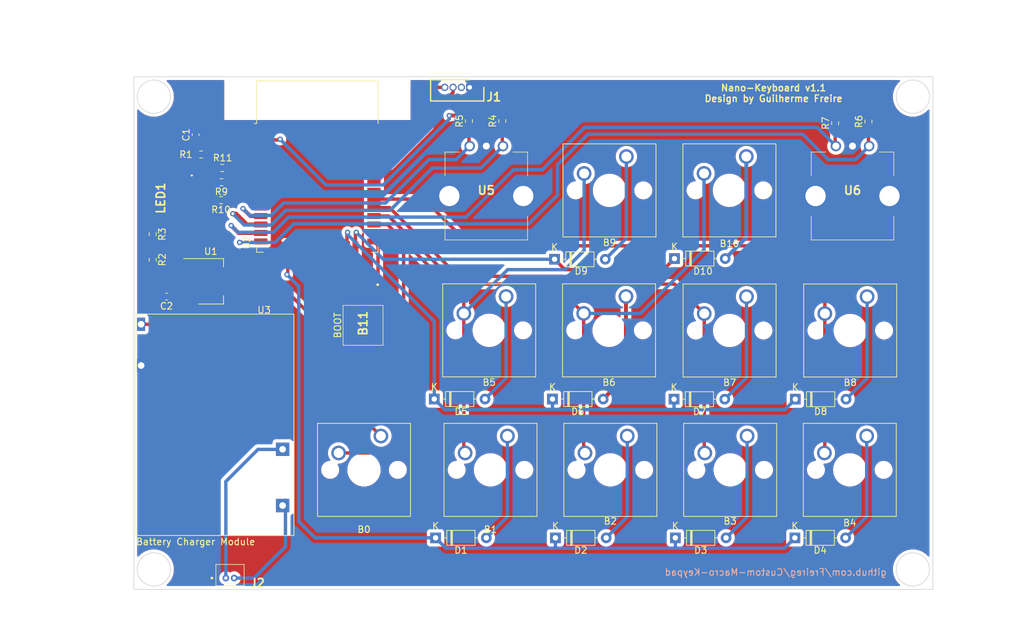
<source format=kicad_pcb>
(kicad_pcb (version 20211014) (generator pcbnew)
  (title_block (date "jeu. 02 avril 2015"))
  (layers (0 "F.Cu" signal) (31 "B.Cu" signal) (34 "B.Paste" user) (35 "F.Paste" user) (36 "B.SilkS" user "B.Silkscreen") (37 "F.SilkS" user "F.Silkscreen") (38 "B.Mask" user) (39 "F.Mask" user) (44 "Edge.Cuts" user))
  (net 0 "")
  (net 1 "GND")
  (net 2 "/FUNC")
  (net 3 "+3V3")
  (net 4 "Net-(B1-Pad1)")
  (net 5 "Net-(B2-Pad1)")
  (net 6 "Net-(B3-Pad1)")
  (net 7 "Net-(B4-Pad1)")
  (net 8 "Net-(B5-Pad1)")
  (net 9 "Net-(B6-Pad1)")
  (net 10 "Net-(B7-Pad1)")
  (net 11 "Net-(B8-Pad1)")
  (net 12 "Net-(B9-Pad1)")
  (net 13 "Net-(B10-Pad1)")
  (net 14 "/ESP_EN")
  (net 15 "Net-(R2-Pad1)")
  (net 16 "COL1")
  (net 17 "COL2")
  (net 18 "COL3")
  (net 19 "COL4")
  (net 20 "ROW1")
  (net 21 "ROW2")
  (net 22 "ROW3")
  (net 23 "/BOOT")
  (net 24 "/LED_RED")
  (net 25 "/ENCODER2_A")
  (net 28 "/LED_GREEN")
  (net 29 "/LED_BLUE")
  (net 30 "/ENCODER2_B")
  (net 31 "/ENCODER1_A")
  (net 43 "Net-(C2-Pad1)")
  (net 45 "/ENCODER1_B")
  (net 46 "/RX0")
  (net 48 "/TX0")
  (net 49 "Net-(J2-Pad1)")
  (net 50 "Net-(J2-Pad2)")
  (net 51 "Net-(LED1-Pad1)")
  (net 52 "Net-(LED1-Pad2)")
  (net 53 "Net-(LED1-Pad3)")
  (footprint "Diode_THT:D_DO-35_SOD27_P7.62mm_Horizontal" (layer "F.Cu") (at 166.011705 113.203629)
    (fp_text reference "D8" (at 3.81 1.858371) (layer "F.SilkS"))
    (fp_text value "1N914")
    (fp_text user "K" (at 0 -1.8) (layer "F.SilkS"))
    (pad "1" thru_hole rect (at 0 0) (size 1.6 1.6) (drill 0.8) (layers *.Cu *.Mask) (net 21 "ROW2"))
    (pad "2" thru_hole oval (at 7.62 0) (size 1.6 1.6) (drill 0.8) (layers *.Cu *.Mask) (net 11 "Net-(B8-Pad1)"))
  )
  (footprint "lib:C_0603_1608Metric" (layer "F.Cu") (at 75.946 73.49 90)
    (fp_text reference "C1" (at 0 -1.43 90) (layer "F.SilkS"))
    (fp_text value "C_0603")
    (pad "1" smd roundrect (at -0.775 0 90) (size 0.9 0.95) (layers "F.Cu" "F.Paste" "F.Mask") (net 3 "+3V3"))
    (pad "2" smd roundrect (at 0.775 0 90) (size 0.9 0.95) (layers "F.Cu" "F.Paste" "F.Mask") (net 1 "GND"))
  )
  (footprint "lib:SW_Cherry_MX_1.00u_PCB" (layer "F.Cu") (at 158.775 118.735)
    (fp_text reference "B3" (at -2.54 12.79) (layer "F.SilkS"))
    (fp_text value "Cherry_Switch_1U_PCB")
    (pad "" np_thru_hole circle (at -2.54 5.08) (size 4 4) (drill 4) (layers *.Cu *.Mask))
    (pad "" np_thru_hole circle (at -7.62 5.08) (size 1.7 1.7) (drill 1.7) (layers *.Cu *.Mask))
    (pad "" np_thru_hole circle (at 2.54 5.08) (size 1.7 1.7) (drill 1.7) (layers *.Cu *.Mask))
    (pad "1" thru_hole circle (at 0 0) (size 2.2 2.2) (drill 1.5) (layers *.Cu *.Mask) (net 6 "Net-(B3-Pad1)"))
    (pad "2" thru_hole circle (at -6.35 2.54) (size 2.2 2.2) (drill 1.5) (layers *.Cu *.Mask) (net 18 "COL3"))
  )
  (footprint "lib:R_0603_1608Metric" (layer "F.Cu") (at 117 71.425 90)
    (fp_text reference "R5" (at 0 -1.43 90) (layer "F.SilkS"))
    (fp_text value "R_0603")
    (pad "1" smd roundrect (at -0.825 0 90) (size 0.8 0.95) (layers "F.Cu" "F.Paste" "F.Mask") (net 30 "/ENCODER2_B"))
    (pad "2" smd roundrect (at 0.825 0 90) (size 0.8 0.95) (layers "F.Cu" "F.Paste" "F.Mask") (net 3 "+3V3"))
  )
  (footprint "lib:R_0603_1608Metric" (layer "F.Cu") (at 69.5 88.425 -90)
    (fp_text reference "R3" (at 0 -1.43 90) (layer "F.SilkS"))
    (fp_text value "R_0603")
    (pad "1" smd roundrect (at -0.825 0 270) (size 0.8 0.95) (layers "F.Cu" "F.Paste" "F.Mask") (net 1 "GND"))
    (pad "2" smd roundrect (at 0.825 0 270) (size 0.8 0.95) (layers "F.Cu" "F.Paste" "F.Mask") (net 15 "Net-(R2-Pad1)"))
  )
  (footprint "lib:R_0603_1608Metric" (layer "F.Cu") (at 122 71.425 90)
    (fp_text reference "R4" (at 0 -1.43 90) (layer "F.SilkS"))
    (fp_text value "R_0603")
    (pad "1" smd roundrect (at -0.825 0 90) (size 0.8 0.95) (layers "F.Cu" "F.Paste" "F.Mask") (net 25 "/ENCODER2_A"))
    (pad "2" smd roundrect (at 0.825 0 90) (size 0.8 0.95) (layers "F.Cu" "F.Paste" "F.Mask") (net 3 "+3V3"))
  )
  (footprint "lib:R_0603_1608Metric" (layer "F.Cu") (at 79.819 80.615 180)
    (fp_text reference "R9" (at 0 -1.43) (layer "F.SilkS"))
    (fp_text value "R_0603")
    (pad "1" smd roundrect (at -0.825 0 180) (size 0.8 0.95) (layers "F.Cu" "F.Paste" "F.Mask") (net 28 "/LED_GREEN"))
    (pad "2" smd roundrect (at 0.825 0 180) (size 0.8 0.95) (layers "F.Cu" "F.Paste" "F.Mask") (net 51 "Net-(LED1-Pad1)"))
  )
  (footprint "lib:R_0603_1608Metric" (layer "F.Cu") (at 76.771 76.454)
    (fp_text reference "R1" (at -2.286 0) (layer "F.SilkS"))
    (fp_text value "R_0603")
    (pad "1" smd roundrect (at -0.825 0) (size 0.8 0.95) (layers "F.Cu" "F.Paste" "F.Mask") (net 3 "+3V3"))
    (pad "2" smd roundrect (at 0.825 0) (size 0.8 0.95) (layers "F.Cu" "F.Paste" "F.Mask") (net 14 "/ESP_EN"))
  )
  (footprint "lib:SW_Cherry_MX_1.00u_PCB" (layer "F.Cu") (at 140.775 118.735)
    (fp_text reference "B2" (at -2.54 12.79) (layer "F.SilkS"))
    (fp_text value "Cherry_Switch_1U_PCB")
    (pad "" np_thru_hole circle (at -2.54 5.08) (size 4 4) (drill 4) (layers *.Cu *.Mask))
    (pad "" np_thru_hole circle (at -7.62 5.08) (size 1.7 1.7) (drill 1.7) (layers *.Cu *.Mask))
    (pad "" np_thru_hole circle (at 2.54 5.08) (size 1.7 1.7) (drill 1.7) (layers *.Cu *.Mask))
    (pad "1" thru_hole circle (at 0 0) (size 2.2 2.2) (drill 1.5) (layers *.Cu *.Mask) (net 5 "Net-(B2-Pad1)"))
    (pad "2" thru_hole circle (at -6.35 2.54) (size 2.2 2.2) (drill 1.5) (layers *.Cu *.Mask) (net 17 "COL2"))
  )
  (footprint "Diode_THT:D_DO-35_SOD27_P7.62mm_Horizontal" (layer "F.Cu") (at 147.801019 113.203629)
    (fp_text reference "D7" (at 3.836981 1.858371) (layer "F.SilkS"))
    (fp_text value "1N914")
    (fp_text user "K" (at 0 -1.8) (layer "F.SilkS"))
    (pad "1" thru_hole rect (at 0 0) (size 1.6 1.6) (drill 0.8) (layers *.Cu *.Mask) (net 21 "ROW2"))
    (pad "2" thru_hole oval (at 7.62 0) (size 1.6 1.6) (drill 0.8) (layers *.Cu *.Mask) (net 10 "Net-(B7-Pad1)"))
  )
  (footprint "lib:SW_Cherry_MX_1.00u_PCB" (layer "F.Cu") (at 140.645 76.761)
    (fp_text reference "B9" (at -2.54 12.924) (layer "F.SilkS"))
    (fp_text value "Cherry_Switch_1U_PCB")
    (pad "" np_thru_hole circle (at 2.54 5.08) (size 1.7 1.7) (drill 1.7) (layers *.Cu *.Mask))
    (pad "" np_thru_hole circle (at -2.54 5.08) (size 4 4) (drill 4) (layers *.Cu *.Mask))
    (pad "" np_thru_hole circle (at -7.62 5.08) (size 1.7 1.7) (drill 1.7) (layers *.Cu *.Mask))
    (pad "1" thru_hole circle (at 0 0) (size 2.2 2.2) (drill 1.5) (layers *.Cu *.Mask) (net 12 "Net-(B9-Pad1)"))
    (pad "2" thru_hole circle (at -6.35 2.54) (size 2.2 2.2) (drill 1.5) (layers *.Cu *.Mask) (net 16 "COL1"))
  )
  (footprint "lib:R_0603_1608Metric" (layer "F.Cu") (at 177 71.5 90)
    (fp_text reference "R6" (at 0 -1.43 90) (layer "F.SilkS"))
    (fp_text value "R_0603")
    (pad "1" smd roundrect (at -0.825 0 90) (size 0.8 0.95) (layers "F.Cu" "F.Paste" "F.Mask") (net 31 "/ENCODER1_A"))
    (pad "2" smd roundrect (at 0.825 0 90) (size 0.8 0.95) (layers "F.Cu" "F.Paste" "F.Mask") (net 3 "+3V3"))
  )
  (footprint "lib:5988610307F" (layer "F.Cu") (at 74.422 83 -90)
    (fp_text reference "LED1" (at 0.01 3.714 -90) (layer "F.SilkS") (effects (font (size 1.27 1.27) (thickness 0.254))))
    (fp_text value "598-8610-307F" hide)
    (pad "1" smd rect locked (at -1.6 -0.925) (size 1.5 1.9) (layers "F.Cu" "F.Paste" "F.Mask") (net 51 "Net-(LED1-Pad1)"))
    (pad "2" smd rect locked (at 1.6 -0.925) (size 1.5 1.9) (layers "F.Cu" "F.Paste" "F.Mask") (net 52 "Net-(LED1-Pad2)"))
    (pad "3" smd rect locked (at -1.6 0.925) (size 1.5 1.9) (layers "F.Cu" "F.Paste" "F.Mask") (net 53 "Net-(LED1-Pad3)"))
    (pad "4" smd rect locked (at 1.6 0.925) (size 1.5 1.9) (layers "F.Cu" "F.Paste" "F.Mask") (net 1 "GND"))
  )
  (footprint "lib:C_0603_1608Metric" (layer "F.Cu") (at 71.578 97.79 180)
    (fp_text reference "C2" (at 0 -1.43) (layer "F.SilkS"))
    (fp_text value "C_0603")
    (pad "1" smd roundrect (at -0.775 0 180) (size 0.9 0.95) (layers "F.Cu" "F.Paste" "F.Mask") (net 43 "Net-(C2-Pad1)"))
    (pad "2" smd roundrect (at 0.775 0 180) (size 0.9 0.95) (layers "F.Cu" "F.Paste" "F.Mask") (net 1 "GND"))
  )
  (footprint "lib:SW_Cherry_MX_1.00u_PCB" (layer "F.Cu") (at 176.801019 97.803629)
    (fp_text reference "B8" (at -2.54 12.9) (layer "F.SilkS"))
    (fp_text value "Cherry_Switch_1U_PCB")
    (pad "" np_thru_hole circle (at -2.54 5.08) (size 4 4) (drill 4) (layers *.Cu *.Mask))
    (pad "" np_thru_hole circle (at 2.54 5.08) (size 1.7 1.7) (drill 1.7) (layers *.Cu *.Mask))
    (pad "" np_thru_hole circle (at -7.62 5.08) (size 1.7 1.7) (drill 1.7) (layers *.Cu *.Mask))
    (pad "1" thru_hole circle (at 0 0) (size 2.2 2.2) (drill 1.5) (layers *.Cu *.Mask) (net 11 "Net-(B8-Pad1)"))
    (pad "2" thru_hole circle (at -6.35 2.54) (size 2.2 2.2) (drill 1.5) (layers *.Cu *.Mask) (net 19 "COL4"))
  )
  (footprint "lib:R_0603_1608Metric" (layer "F.Cu") (at 79.756 83.312 180)
    (fp_text reference "R10" (at 0 -1.43) (layer "F.SilkS"))
    (fp_text value "R_0603")
    (pad "1" smd roundrect (at -0.825 0 180) (size 0.8 0.95) (layers "F.Cu" "F.Paste" "F.Mask") (net 24 "/LED_RED"))
    (pad "2" smd roundrect (at 0.825 0 180) (size 0.8 0.95) (layers "F.Cu" "F.Paste" "F.Mask") (net 52 "Net-(LED1-Pad2)"))
  )
  (footprint "lib:SHDR4W35P0X125_1X4_800X320X420P" (layer "F.Cu") (at 117.111 66.368 180)
    (fp_text reference "J1" (at -3.625 -1.45) (layer "F.SilkS") (effects (font (size 1.27 1.27) (thickness 0.254))))
    (fp_text value "125SH-B-04-TS" hide)
    (pad "1" thru_hole rect locked (at 0 0 180) (size 1.1 1.1) (drill 0.7) (layers *.Cu *.Mask) (net 1 "GND"))
    (pad "2" thru_hole circle locked (at 1.25 0 180) (size 1.1 1.1) (drill 0.7) (layers *.Cu *.Mask))
    (pad "3" thru_hole circle locked (at 2.5 0 180) (size 1.1 1.1) (drill 0.7) (layers *.Cu *.Mask) (net 46 "/RX0"))
    (pad "4" thru_hole circle locked (at 3.75 0 180) (size 1.1 1.1) (drill 0.7) (layers *.Cu *.Mask) (net 48 "/TX0"))
  )
  (footprint "Diode_THT:D_DO-35_SOD27_P7.62mm_Horizontal" (layer "F.Cu") (at 111.985686 134.025)
    (fp_text reference "D1" (at 3.81 1.865) (layer "F.SilkS"))
    (fp_text value "1N914")
    (fp_text user "K" (at 0 -1.8) (layer "F.SilkS"))
    (pad "1" thru_hole rect (at 0 0) (size 1.6 1.6) (drill 0.8) (layers *.Cu *.Mask) (net 20 "ROW1"))
    (pad "2" thru_hole oval (at 7.62 0) (size 1.6 1.6) (drill 0.8) (layers *.Cu *.Mask) (net 4 "Net-(B1-Pad1)"))
  )
  (footprint "lib:R_0603_1608Metric" (layer "F.Cu") (at 79.947 78.486 180)
    (fp_text reference "R11" (at -0.063 1.524) (layer "F.SilkS"))
    (fp_text value "R_0603")
    (pad "1" smd roundrect (at -0.825 0 180) (size 0.8 0.95) (layers "F.Cu" "F.Paste" "F.Mask") (net 29 "/LED_BLUE"))
    (pad "2" smd roundrect (at 0.825 0 180) (size 0.8 0.95) (layers "F.Cu" "F.Paste" "F.Mask") (net 53 "Net-(LED1-Pad3)"))
  )
  (footprint "lib:SW_Cherry_MX_1.00u_PCB" (layer "F.Cu") (at 158.685334 97.803629)
    (fp_text reference "B7" (at -2.529667 12.9) (layer "F.SilkS"))
    (fp_text value "Cherry_Switch_1U_PCB")
    (pad "" np_thru_hole circle (at -7.62 5.08) (size 1.7 1.7) (drill 1.7) (layers *.Cu *.Mask))
    (pad "" np_thru_hole circle (at 2.54 5.08) (size 1.7 1.7) (drill 1.7) (layers *.Cu *.Mask))
    (pad "" np_thru_hole circle (at -2.54 5.08) (size 4 4) (drill 4) (layers *.Cu *.Mask))
    (pad "1" thru_hole circle (at 0 0) (size 2.2 2.2) (drill 1.5) (layers *.Cu *.Mask) (net 10 "Net-(B7-Pad1)"))
    (pad "2" thru_hole circle (at -6.35 2.54) (size 2.2 2.2) (drill 1.5) (layers *.Cu *.Mask) (net 18 "COL3"))
  )
  (footprint "lib:SW_Cherry_MX_1.00u_PCB" (layer "F.Cu") (at 176.735 118.735)
    (fp_text reference "B4" (at -2.54 13.04) (layer "F.SilkS"))
    (fp_text value "Cherry_Switch_1U_PCB")
    (pad "" np_thru_hole circle (at 2.54 5.08) (size 1.7 1.7) (drill 1.7) (layers *.Cu *.Mask))
    (pad "" np_thru_hole circle (at -7.62 5.08) (size 1.7 1.7) (drill 1.7) (layers *.Cu *.Mask))
    (pad "" np_thru_hole circle (at -2.54 5.08) (size 4 4) (drill 4) (layers *.Cu *.Mask))
    (pad "1" thru_hole circle (at 0 0) (size 2.2 2.2) (drill 1.5) (layers *.Cu *.Mask) (net 7 "Net-(B4-Pad1)"))
    (pad "2" thru_hole circle (at -6.35 2.54) (size 2.2 2.2) (drill 1.5) (layers *.Cu *.Mask) (net 19 "COL4"))
  )
  (footprint "lib:EN12HN22AF25" (layer "F.Cu") (at 122.105 75.185 180)
    (fp_text reference "U5" (at 2.5 -6.656) (layer "F.SilkS") (effects (font (size 1.27 1.27) (thickness 0.254))))
    (fp_text value "EN12-HN22AF25" hide)
    (pad "A1" thru_hole circle (at 0 0 180) (size 1.575 1.575) (drill 1.05) (layers *.Cu *.Mask) (net 25 "/ENCODER2_A"))
    (pad "B1" thru_hole circle (at 5 0 180) (size 1.575 1.575) (drill 1.05) (layers *.Cu *.Mask) (net 30 "/ENCODER2_B"))
    (pad "C1" thru_hole circle (at 2.5 0 180) (size 1.575 1.575) (drill 1.05) (layers *.Cu *.Mask) (net 1 "GND"))
    (pad "MH1" thru_hole circle (at -3.05 -7.5 180) (size 4.562 4.562) (drill 3.0414) (layers *.Cu *.Mask) (net 1 "GND"))
    (pad "MH2" thru_hole circle (at 8.05 -7.5 180) (size 4.562 4.562) (drill 3.0414) (layers *.Cu *.Mask) (net 1 "GND"))
  )
  (footprint "Diode_THT:D_DO-35_SOD27_P7.62mm_Horizontal" (layer "F.Cu") (at 147.866704 92.085)
    (fp_text reference "D10" (at 4.279296 1.895) (layer "F.SilkS"))
    (fp_text value "1N914")
    (fp_text user "K" (at 0 -1.8) (layer "F.SilkS"))
    (pad "1" thru_hole rect (at 0 0) (size 1.6 1.6) (drill 0.8) (layers *.Cu *.Mask) (net 22 "ROW3"))
    (pad "2" thru_hole oval (at 7.62 0) (size 1.6 1.6) (drill 0.8) (layers *.Cu *.Mask) (net 13 "Net-(B10-Pad1)"))
  )
  (footprint "Diode_THT:D_DO-35_SOD27_P7.62mm_Horizontal" (layer "F.Cu") (at 165.945686 134.025)
    (fp_text reference "D4" (at 3.81 1.865) (layer "F.SilkS"))
    (fp_text value "1N914")
    (fp_text user "K" (at 0 -1.8) (layer "F.SilkS"))
    (pad "1" thru_hole rect (at 0 0) (size 1.6 1.6) (drill 0.8) (layers *.Cu *.Mask) (net 20 "ROW1"))
    (pad "2" thru_hole oval (at 7.62 0) (size 1.6 1.6) (drill 0.8) (layers *.Cu *.Mask) (net 7 "Net-(B4-Pad1)"))
  )
  (footprint "Diode_THT:D_DO-35_SOD27_P7.62mm_Horizontal" (layer "F.Cu") (at 147.996019 134.025)
    (fp_text reference "D3" (at 3.81 1.865) (layer "F.SilkS"))
    (fp_text value "1N914")
    (fp_text user "K" (at 0 -1.8) (layer "F.SilkS"))
    (pad "1" thru_hole rect (at 0 0) (size 1.6 1.6) (drill 0.8) (layers *.Cu *.Mask) (net 20 "ROW1"))
    (pad "2" thru_hole oval (at 7.62 0) (size 1.6 1.6) (drill 0.8) (layers *.Cu *.Mask) (net 6 "Net-(B3-Pad1)"))
  )
  (footprint "lib:SW_Cherry_MX_1.00u_PCB" (layer "F.Cu") (at 122.58 97.78)
    (fp_text reference "B5" (at -2.54 12.9) (layer "F.SilkS"))
    (fp_text value "Cherry_Switch_1U_PCB")
    (pad "" np_thru_hole circle (at -7.62 5.08) (size 1.7 1.7) (drill 1.7) (layers *.Cu *.Mask))
    (pad "" np_thru_hole circle (at 2.54 5.08) (size 1.7 1.7) (drill 1.7) (layers *.Cu *.Mask))
    (pad "" np_thru_hole circle (at -2.54 5.08) (size 4 4) (drill 4) (layers *.Cu *.Mask))
    (pad "1" thru_hole circle (at 0 0) (size 2.2 2.2) (drill 1.5) (layers *.Cu *.Mask) (net 8 "Net-(B5-Pad1)"))
    (pad "2" thru_hole circle (at -6.35 2.54) (size 2.2 2.2) (drill 1.5) (layers *.Cu *.Mask) (net 16 "COL1"))
  )
  (footprint "Diode_THT:D_DO-35_SOD27_P7.62mm_Horizontal" (layer "F.Cu") (at 129.855686 92.185)
    (fp_text reference "D9" (at 4.002314 1.795) (layer "F.SilkS"))
    (fp_text value "1N914")
    (fp_text user "K" (at 0 -1.8) (layer "F.SilkS"))
    (pad "1" thru_hole rect (at 0 0) (size 1.6 1.6) (drill 0.8) (layers *.Cu *.Mask) (net 22 "ROW3"))
    (pad "2" thru_hole oval (at 7.62 0) (size 1.6 1.6) (drill 0.8) (layers *.Cu *.Mask) (net 12 "Net-(B9-Pad1)"))
  )
  (footprint "Diode_THT:D_DO-35_SOD27_P7.62mm_Horizontal" (layer "F.Cu") (at 111.790686 113.18)
    (fp_text reference "D5" (at 4.033314 1.882) (layer "F.SilkS"))
    (fp_text value "1N914")
    (fp_text user "K" (at 0 -1.8) (layer "F.SilkS"))
    (pad "1" thru_hole rect (at 0 0) (size 1.6 1.6) (drill 0.8) (layers *.Cu *.Mask) (net 21 "ROW2"))
    (pad "2" thru_hole oval (at 7.62 0) (size 1.6 1.6) (drill 0.8) (layers *.Cu *.Mask) (net 8 "Net-(B5-Pad1)"))
  )
  (footprint "lib:J5019-module" (layer "F.Cu") (at 90.71 100.425 -90)
    (fp_text reference "U3" (at -0.607 4.474 unlocked) (layer "F.SilkS"))
    (fp_text value "J5019")
    (pad "1" thru_hole rect (at 20.3 1.7 270) (size 2 2) (drill 1) (layers *.Cu *.Mask) (net 49 "Net-(J2-Pad1)"))
    (pad "2" thru_hole rect (at 28.75 1.7 270) (size 2 2) (drill 1) (layers *.Cu *.Mask) (net 50 "Net-(J2-Pad2)"))
    (pad "3" thru_hole rect (at 1.52 22.95 270) (size 2 1.2) (drill 1) (layers *.Cu *.Mask) (net 43 "Net-(C2-Pad1)"))
    (pad "4" thru_hole rect (at 7.72 22.95 270) (size 2 1.2) (drill 1) (layers *.Cu *.Mask) (net 1 "GND"))
    (zone (net 0) (net_name "") (layer "F.Cu") (name "Keep out Module") (connect_pads (clearance 0)) (min_thickness 0.254)
      (keepout (tracks allowed) (vias not_allowed) (pads not_allowed) (copperpour not_allowed) (footprints not_allowed))
      (fill (thermal_gap 0.508) (thermal_bridge_width 0.508))
      (polygon (pts (xy 66.96 133.675) (xy 66.988006 111.119522) (xy 66.980465 111.144809) (xy 66.952459 105.772287) (xy 66.961 105.759) (xy 66.96 100.425) (xy 90.71 100.425) (xy 90.71 133.675)))
    )
  )
  (footprint "lib:SW_Cherry_MX_1.00u_PCB" (layer "F.Cu") (at 103.775 118.735)
    (fp_text reference "B0" (at -2.54 14.04) (layer "F.SilkS"))
    (fp_text value "Cherry_Switch_1U_PCB")
    (pad "" np_thru_hole circle (at -7.62 5.08) (size 1.7 1.7) (drill 1.7) (layers *.Cu *.Mask))
    (pad "" np_thru_hole circle (at -2.54 5.08) (size 4 4) (drill 4) (layers *.Cu *.Mask))
    (pad "" np_thru_hole circle (at 2.54 5.08) (size 1.7 1.7) (drill 1.7) (layers *.Cu *.Mask))
    (pad "1" thru_hole circle (at 0 0) (size 2.2 2.2) (drill 1.5) (layers *.Cu *.Mask) (net 3 "+3V3"))
    (pad "2" thru_hole circle (at -6.35 2.54) (size 2.2 2.2) (drill 1.5) (layers *.Cu *.Mask) (net 2 "/FUNC"))
  )
  (footprint "RF_Module:ESP32-WROOM-32" (layer "F.Cu") (at 94.234 81.25)
    (fp_text reference "U2" (at -10.61 8.43 90) (layer "F.SilkS"))
    (fp_text value "ESP32-WROOM-32")
    (pad "1" smd rect (at -8.5 -8.255) (size 2 0.9) (layers "F.Cu" "F.Paste" "F.Mask") (net 1 "GND"))
    (pad "2" smd rect (at -8.5 -6.985) (size 2 0.9) (layers "F.Cu" "F.Paste" "F.Mask") (net 3 "+3V3"))
    (pad "3" smd rect (at -8.5 -5.715) (size 2 0.9) (layers "F.Cu" "F.Paste" "F.Mask") (net 14 "/ESP_EN"))
    (pad "4" smd rect (at -8.5 -4.445) (size 2 0.9) (layers "F.Cu" "F.Paste" "F.Mask"))
    (pad "5" smd rect (at -8.5 -3.175) (size 2 0.9) (layers "F.Cu" "F.Paste" "F.Mask"))
    (pad "6" smd rect (at -8.5 -1.905) (size 2 0.9) (layers "F.Cu" "F.Paste" "F.Mask") (net 29 "/LED_BLUE"))
    (pad "7" smd rect (at -8.5 -0.635) (size 2 0.9) (layers "F.Cu" "F.Paste" "F.Mask") (net 28 "/LED_GREEN"))
    (pad "8" smd rect (at -8.5 0.635) (size 2 0.9) (layers "F.Cu" "F.Paste" "F.Mask") (net 24 "/LED_RED"))
    (pad "9" smd rect (at -8.5 1.905) (size 2 0.9) (layers "F.Cu" "F.Paste" "F.Mask"))
    (pad "10" smd rect (at -8.5 3.175) (size 2 0.9) (layers "F.Cu" "F.Paste" "F.Mask"))
    (pad "11" smd rect (at -8.5 4.445) (size 2 0.9) (layers "F.Cu" "F.Paste" "F.Mask") (net 30 "/ENCODER2_B"))
    (pad "12" smd rect (at -8.5 5.715) (size 2 0.9) (layers "F.Cu" "F.Paste" "F.Mask") (net 25 "/ENCODER2_A"))
    (pad "13" smd rect (at -8.5 6.985) (size 2 0.9) (layers "F.Cu" "F.Paste" "F.Mask") (net 45 "/ENCODER1_B"))
    (pad "14" smd rect (at -8.5 8.255) (size 2 0.9) (layers "F.Cu" "F.Paste" "F.Mask") (net 31 "/ENCODER1_A"))
    (pad "15" smd rect (at -5.715 9.255 90) (size 2 0.9) (layers "F.Cu" "F.Paste" "F.Mask") (net 1 "GND"))
    (pad "16" smd rect (at -4.445 9.255 90) (size 2 0.9) (layers "F.Cu" "F.Paste" "F.Mask") (net 20 "ROW1"))
    (pad "17" smd rect (at -3.175 9.255 90) (size 2 0.9) (layers "F.Cu" "F.Paste" "F.Mask"))
    (pad "18" smd rect (at -1.905 9.255 90) (size 2 0.9) (layers "F.Cu" "F.Paste" "F.Mask"))
    (pad "19" smd rect (at -0.635 9.255 90) (size 2 0.9) (layers "F.Cu" "F.Paste" "F.Mask"))
    (pad "20" smd rect (at 0.635 9.255 90) (size 2 0.9) (layers "F.Cu" "F.Paste" "F.Mask"))
    (pad "21" smd rect (at 1.905 9.255 90) (size 2 0.9) (layers "F.Cu" "F.Paste" "F.Mask"))
    (pad "22" smd rect (at 3.175 9.255 90) (size 2 0.9) (layers "F.Cu" "F.Paste" "F.Mask"))
    (pad "23" smd rect (at 4.445 9.255 90) (size 2 0.9) (layers "F.Cu" "F.Paste" "F.Mask") (net 21 "ROW2"))
    (pad "24" smd rect (at 5.715 9.255 90) (size 2 0.9) (layers "F.Cu" "F.Paste" "F.Mask") (net 22 "ROW3"))
    (pad "25" smd rect (at 8.5 8.255) (size 2 0.9) (layers "F.Cu" "F.Paste" "F.Mask") (net 23 "/BOOT"))
    (pad "26" smd rect (at 8.5 6.985) (size 2 0.9) (layers "F.Cu" "F.Paste" "F.Mask") (net 2 "/FUNC"))
    (pad "27" smd rect (at 8.5 5.715) (size 2 0.9) (layers "F.Cu" "F.Paste" "F.Mask") (net 16 "COL1"))
    (pad "28" smd rect (at 8.5 4.445) (size 2 0.9) (layers "F.Cu" "F.Paste" "F.Mask") (net 17 "COL2"))
    (pad "29" smd rect (at 8.5 3.175) (size 2 0.9) (layers "F.Cu" "F.Paste" "F.Mask") (net 18 "COL3"))
    (pad "30" smd rect (at 8.5 1.905) (size 2 0.9) (layers "F.Cu" "F.Paste" "F.Mask") (net 19 "COL4"))
    (pad "31" smd rect (at 8.5 0.635) (size 2 0.9) (layers "F.Cu" "F.Paste" "F.Mask"))
    (pad "32" smd rect (at 8.5 -0.635) (size 2 0.9) (layers "F.Cu" "F.Paste" "F.Mask"))
    (pad "33" smd rect (at 8.5 -1.905) (size 2 0.9) (layers "F.Cu" "F.Paste" "F.Mask"))
    (pad "34" smd rect (at 8.5 -3.175) (size 2 0.9) (layers "F.Cu" "F.Paste" "F.Mask") (net 46 "/RX0"))
    (pad "35" smd rect (at 8.5 -4.445) (size 2 0.9) (layers "F.Cu" "F.Paste" "F.Mask") (net 48 "/TX0"))
    (pad "36" smd rect (at 8.5 -5.715) (size 2 0.9) (layers "F.Cu" "F.Paste" "F.Mask"))
    (pad "37" smd rect (at 8.5 -6.985) (size 2 0.9) (layers "F.Cu" "F.Paste" "F.Mask"))
    (pad "38" smd rect (at 8.5 -8.255) (size 2 0.9) (layers "F.Cu" "F.Paste" "F.Mask") (net 1 "GND"))
    (pad "39" smd rect (at -1 -0.755) (size 5 5) (layers "F.Cu" "F.Paste" "F.Mask") (net 1 "GND"))
    (zone (net 0) (net_name "") (layers *.Cu) (connect_pads (clearance 0)) (min_thickness 0.254)
      (keepout (tracks not_allowed) (vias not_allowed) (pads not_allowed) (copperpour not_allowed) (footprints not_allowed))
      (fill (thermal_gap 0.508) (thermal_bridge_width 0.508))
      (polygon (pts (xy 80.234 71.28) (xy 108.234 71.28) (xy 108.234 60.5) (xy 80.234 60.5)))
    )
  )
  (footprint "lib:SW_Cherry_MX_1.00u_PCB" (layer "F.Cu") (at 158.656019 76.755)
    (fp_text reference "B10" (at -2.54 13.08) (layer "F.SilkS"))
    (fp_text value "Cherry_Switch_1U_PCB")
    (pad "" np_thru_hole circle (at 2.54 5.08) (size 1.7 1.7) (drill 1.7) (layers *.Cu *.Mask))
    (pad "" np_thru_hole circle (at -7.62 5.08) (size 1.7 1.7) (drill 1.7) (layers *.Cu *.Mask))
    (pad "" np_thru_hole circle (at -2.54 5.08) (size 4 4) (drill 4) (layers *.Cu *.Mask))
    (pad "1" thru_hole circle (at 0 0) (size 2.2 2.2) (drill 1.5) (layers *.Cu *.Mask) (net 13 "Net-(B10-Pad1)"))
    (pad "2" thru_hole circle (at -6.35 2.54) (size 2.2 2.2) (drill 1.5) (layers *.Cu *.Mask) (net 17 "COL2"))
  )
  (footprint "lib:EN12HN22AF25" (layer "F.Cu") (at 177.105 75.185 180)
    (fp_text reference "U6" (at 2.5 -6.656) (layer "F.SilkS") (effects (font (size 1.27 1.27) (thickness 0.254))))
    (fp_text value "EN12-HN22AF25" hide)
    (pad "A1" thru_hole circle (at 0 0 180) (size 1.575 1.575) (drill 1.05) (layers *.Cu *.Mask) (net 31 "/ENCODER1_A"))
    (pad "B1" thru_hole circle (at 5 0 180) (size 1.575 1.575) (drill 1.05) (layers *.Cu *.Mask) (net 45 "/ENCODER1_B"))
    (pad "C1" thru_hole circle (at 2.5 0 180) (size 1.575 1.575) (drill 1.05) (layers *.Cu *.Mask) (net 1 "GND"))
    (pad "MH1" thru_hole circle (at -3.05 -7.5 180) (size 4.562 4.562) (drill 3.0414) (layers *.Cu *.Mask) (net 1 "GND"))
    (pad "MH2" thru_hole circle (at 8.05 -7.5 180) (size 4.562 4.562) (drill 3.0414) (layers *.Cu *.Mask) (net 1 "GND"))
  )
  (footprint "lib:SW_Cherry_MX_1.00u_PCB" (layer "F.Cu") (at 122.775 118.735)
    (fp_text reference "B1" (at -2.54 14.04) (layer "F.SilkS"))
    (fp_text value "Cherry_Switch_1U_PCB")
    (pad "" np_thru_hole circle (at -7.62 5.08) (size 1.7 1.7) (drill 1.7) (layers *.Cu *.Mask))
    (pad "" np_thru_hole circle (at 2.54 5.08) (size 1.7 1.7) (drill 1.7) (layers *.Cu *.Mask))
    (pad "" np_thru_hole circle (at -2.54 5.08) (size 4 4) (drill 4) (layers *.Cu *.Mask))
    (pad "1" thru_hole circle (at 0 0) (size 2.2 2.2) (drill 1.5) (layers *.Cu *.Mask) (net 4 "Net-(B1-Pad1)"))
    (pad "2" thru_hole circle (at -6.35 2.54) (size 2.2 2.2) (drill 1.5) (layers *.Cu *.Mask) (net 16 "COL1"))
  )
  (footprint "lib:125SHB02TS" (layer "F.Cu") (at 80.486 140.068 180)
    (fp_text reference "J2" (at -4.75 -0.75) (layer "F.SilkS") (effects (font (size 1.27 1.27) (thickness 0.254))))
    (fp_text value "125SH-B-02-TS" hide)
    (pad "1" thru_hole circle locked (at 0 0 180) (size 1 1) (drill 0.5) (layers *.Cu *.Mask) (net 49 "Net-(J2-Pad1)"))
    (pad "2" thru_hole circle locked (at -1.25 0 180) (size 1 1) (drill 0.5) (layers *.Cu *.Mask) (net 50 "Net-(J2-Pad2)"))
  )
  (footprint "Diode_THT:D_DO-35_SOD27_P7.62mm_Horizontal" (layer "F.Cu") (at 129.54 113.18)
    (fp_text reference "D6" (at 3.81 1.882) (layer "F.SilkS"))
    (fp_text value "1N914")
    (fp_text user "K" (at 0 -1.8) (layer "F.SilkS"))
    (pad "1" thru_hole rect (at 0 0) (size 1.6 1.6) (drill 0.8) (layers *.Cu *.Mask) (net 21 "ROW2"))
    (pad "2" thru_hole oval (at 7.62 0) (size 1.6 1.6) (drill 0.8) (layers *.Cu *.Mask) (net 9 "Net-(B6-Pad1)"))
  )
  (footprint "lib:R_0603_1608Metric" (layer "F.Cu") (at 172 71.75 90)
    (fp_text reference "R7" (at 0 -1.43 90) (layer "F.SilkS"))
    (fp_text value "R_0603")
    (pad "1" smd roundrect (at -0.825 0 90) (size 0.8 0.95) (layers "F.Cu" "F.Paste" "F.Mask") (net 45 "/ENCODER1_B"))
    (pad "2" smd roundrect (at 0.825 0 90) (size 0.8 0.95) (layers "F.Cu" "F.Paste" "F.Mask") (net 3 "+3V3"))
  )
  (footprint "Package_TO_SOT_SMD:SOT-223-3_TabPin2" (layer "F.Cu") (at 78.232 95.5)
    (fp_text reference "U1" (at 0 -4.5) (layer "F.SilkS"))
    (fp_text value "AMS1117")
    (pad "1" smd rect (at -3.15 -2.3) (size 2 1.5) (layers "F.Cu" "F.Paste" "F.Mask") (net 15 "Net-(R2-Pad1)"))
    (pad "2" smd rect (at 3.15 0) (size 2 3.8) (layers "F.Cu" "F.Paste" "F.Mask") (net 3 "+3V3"))
    (pad "2" smd rect (at -3.15 0) (size 2 1.5) (layers "F.Cu" "F.Paste" "F.Mask") (net 3 "+3V3"))
    (pad "3" smd rect (at -3.15 2.3) (size 2 1.5) (layers "F.Cu" "F.Paste" "F.Mask") (net 43 "Net-(C2-Pad1)"))
  )
  (footprint "lib:SW_Cherry_MX_1.00u_PCB" (layer "F.Cu") (at 140.58 97.78)
    (fp_text reference "B6" (at -2.54 12.9) (layer "F.SilkS"))
    (fp_text value "Cherry_Switch_1U_PCB")
    (pad "" np_thru_hole circle (at 2.54 5.08) (size 1.7 1.7) (drill 1.7) (layers *.Cu *.Mask))
    (pad "" np_thru_hole circle (at -7.62 5.08) (size 1.7 1.7) (drill 1.7) (layers *.Cu *.Mask))
    (pad "" np_thru_hole circle (at -2.54 5.08) (size 4 4) (drill 4) (layers *.Cu *.Mask))
    (pad "1" thru_hole circle (at 0 0) (size 2.2 2.2) (drill 1.5) (layers *.Cu *.Mask) (net 9 "Net-(B6-Pad1)"))
    (pad "2" thru_hole circle (at -6.35 2.54) (size 2.2 2.2) (drill 1.5) (layers *.Cu *.Mask) (net 17 "COL2"))
  )
  (footprint "lib:R_0603_1608Metric" (layer "F.Cu") (at 69.5 92.25 -90)
    (fp_text reference "R2" (at 0 -1.43 90) (layer "F.SilkS"))
    (fp_text value "R_0603")
    (pad "1" smd roundrect (at -0.825 0 270) (size 0.8 0.95) (layers "F.Cu" "F.Paste" "F.Mask") (net 15 "Net-(R2-Pad1)"))
    (pad "2" smd roundrect (at 0.825 0 270) (size 0.8 0.95) (layers "F.Cu" "F.Paste" "F.Mask") (net 3 "+3V3"))
  )
  (footprint "lib:LL3301NF065QG" (layer "F.Cu") (at 101.092 102.108 -90)
    (fp_text reference "B11" (at -0.3 0 90) (layer "F.SilkS") (effects (font (size 1.27 1.27) (thickness 0.254))))
    (fp_text value "LL3301NF065QG" hide)
    (fp_text user "BOOT" (at 0 3.81 90 unlocked) (layer "F.SilkS"))
    (pad "1" smd rect locked (at -4.55 -2.25) (size 1.4 2.1) (layers "F.Cu" "F.Paste" "F.Mask") (net 23 "/BOOT"))
    (pad "2" smd rect locked (at 4.55 -2.25) (size 1.4 2.1) (layers "F.Cu" "F.Paste" "F.Mask") (net 23 "/BOOT"))
    (pad "3" smd rect locked (at -4.55 2.25) (size 1.4 2.1) (layers "F.Cu" "F.Paste" "F.Mask") (net 1 "GND"))
    (pad "4" smd rect locked (at 4.55 2.25) (size 1.4 2.1) (layers "F.Cu" "F.Paste" "F.Mask") (net 1 "GND"))
  )
  (footprint "Diode_THT:D_DO-35_SOD27_P7.62mm_Horizontal" (layer "F.Cu") (at 129.985686 134.025)
    (fp_text reference "D2" (at 3.81 1.865) (layer "F.SilkS"))
    (fp_text value "1N914")
    (fp_text user "K" (at 0 -1.8) (layer "F.SilkS"))
    (pad "1" thru_hole rect (at 0 0) (size 1.6 1.6) (drill 0.8) (layers *.Cu *.Mask) (net 20 "ROW1"))
    (pad "2" thru_hole oval (at 7.62 0) (size 1.6 1.6) (drill 0.8) (layers *.Cu *.Mask) (net 5 "Net-(B2-Pad1)"))
  )
  (gr_circle locked (center 183.675 67.77) (end 186.175 67.77) (layer "Edge.Cuts") (width 0.1) (fill none))
  (gr_circle locked (center 183.675 138.77) (end 186.175 138.77) (layer "Edge.Cuts") (width 0.1) (fill none))
  (gr_circle locked (center 69.675 67.77) (end 72.175 67.77) (layer "Edge.Cuts") (width 0.1) (fill none))
  (gr_circle locked (center 69.675 138.77) (end 72.175 138.77) (layer "Edge.Cuts") (width 0.1) (fill none))
  (gr_rect locked (start 66.675 64.77) (end 186.675 141.77) (layer "Edge.Cuts") (width 0.1) (fill none))
  (gr_text "github.com/Freireg/Custom-Macro-Keypad" (at 163.068 139.192) (layer "B.SilkS") (effects (font (size 1 1)) (justify mirror)))
  (gr_text "Nano-Keyboard v1.1\nDesign by Guilherme Freire\n" (at 162.749992 67.250005) (layer "F.SilkS") (effects (font (size 1 1) (thickness 0.2))))
  (gr_text "Battery Charger Module" (at 75.946 134.62) (layer "F.SilkS") (effects (font (size 1 1))))
  (segment (start 107.188 119.126) (end 105.039 121.275) (width 0.508) (layer "F.Cu") (net 2))
  (segment (start 104.491 88.235) (end 107.188 90.932) (width 0.508) (layer "F.Cu") (net 2))
  (segment (start 107.188 90.932) (end 107.188 119.126) (width 0.508) (layer "F.Cu") (net 2))
  (segment (start 102.734 88.235) (end 104.491 88.235) (width 0.508) (layer "F.Cu") (net 2))
  (segment (start 105.039 121.275) (end 97.425 121.275) (width 0.508) (layer "F.Cu") (net 2))
  (segment (start 114.058 70.6) (end 114.046 70.612) (width 0.6) (layer "F.Cu") (net 3))
  (segment (start 81.382 95.5) (end 88.134 95.5) (width 0.508) (layer "F.Cu") (net 3))
  (segment (start 81.382 95.5) (end 80.668 95.5) (width 0.508) (layer "F.Cu") (net 3))
  (segment (start 177 70.675) (end 117.075 70.675) (width 0.6) (layer "F.Cu") (net 3))
  (segment (start 117.075 70.675) (end 117 70.6) (width 0.6) (layer "F.Cu") (net 3))
  (segment (start 71.374 86.206) (end 71.374 80.01) (width 0.508) (layer "F.Cu") (net 3))
  (segment (start 85.734 74.265) (end 88.549 74.265) (width 0.508) (layer "F.Cu") (net 3))
  (segment (start 74.93 76.454) (end 75.946 76.454) (width 0.508) (layer "F.Cu") (net 3))
  (segment (start 69.5 93.075) (end 71.925 95.5) (width 0.508) (layer "F.Cu") (net 3))
  (segment (start 88.134 95.5) (end 96.266 103.632) (width 0.508) (layer "F.Cu") (net 3))
  (segment (start 71.374 80.01) (end 74.93 76.454) (width 0.508) (layer "F.Cu") (net 3))
  (segment (start 96.266 103.632) (end 96.266 111.226) (width 0.508) (layer "F.Cu") (net 3))
  (segment (start 96.266 111.226) (end 103.775 118.735) (width 0.508) (layer "F.Cu") (net 3))
  (segment (start 88.549 74.265) (end 88.646 74.168) (width 0.508) (layer "F.Cu") (net 3))
  (segment (start 80.668 95.5) (end 71.374 86.206) (width 0.508) (layer "F.Cu") (net 3))
  (segment (start 75.946 74.265) (end 75.946 76.454) (width 0.508) (layer "F.Cu") (net 3))
  (segment (start 71.925 95.5) (end 75.082 95.5) (width 0.508) (layer "F.Cu") (net 3))
  (segment (start 75.946 74.265) (end 85.734 74.265) (width 0.508) (layer "F.Cu") (net 3))
  (segment (start 117 70.6) (end 114.058 70.6) (width 0.6) (layer "F.Cu") (net 3))
  (segment (start 81.382 95.5) (end 75.082 95.5) (width 0.508) (layer "F.Cu") (net 3))
  (via (at 88.646 74.168) (size 0.8) (drill 0.4) (layers "F.Cu" "B.Cu") (net 3))
  (via (at 114.046 70.612) (size 0.8) (drill 0.4) (layers "F.Cu" "B.Cu") (net 3))
  (segment (start 88.646 74.168) (end 95.504 81.026) (width 0.508) (layer "B.Cu") (net 3))
  (segment (start 114.046 71.12) (end 114.046 70.612) (width 0.508) (layer "B.Cu") (net 3))
  (segment (start 95.504 81.026) (end 104.14 81.026) (width 0.508) (layer "B.Cu") (net 3))
  (segment (start 104.14 81.026) (end 114.046 71.12) (width 0.508) (layer "B.Cu") (net 3))
  (segment (start 122.775 130.855686) (end 119.605686 134.025) (width 0.508) (layer "B.Cu") (net 4))
  (segment (start 122.775 118.735) (end 122.775 130.855686) (width 0.508) (layer "B.Cu") (net 4))
  (segment (start 140.775 118.735) (end 140.775 130.855686) (width 0.508) (layer "B.Cu") (net 5))
  (segment (start 140.775 130.855686) (end 137.605686 134.025) (width 0.508) (layer "B.Cu") (net 5))
  (segment (start 158.775 130.866019) (end 155.616019 134.025) (width 0.508) (layer "B.Cu") (net 6))
  (segment (start 158.775 118.735) (end 158.775 130.866019) (width 0.508) (layer "B.Cu") (net 6))
  (segment (start 176.735 130.855686) (end 173.565686 134.025) (width 0.508) (layer "B.Cu") (net 7))
  (segment (start 176.735 118.735) (end 176.735 130.855686) (width 0.508) (layer "B.Cu") (net 7))
  (segment (start 122.58 97.78) (end 122.58 110.010686) (width 0.508) (layer "B.Cu") (net 8))
  (segment (start 122.58 110.010686) (end 119.410686 113.18) (width 0.508) (layer "B.Cu") (net 8))
  (segment (start 140.58 109.76) (end 137.16 113.18) (width 0.6) (layer "F.Cu") (net 9))
  (segment (start 140.58 97.78) (end 140.58 109.76) (width 0.6) (layer "F.Cu") (net 9))
  (segment (start 158.685334 109.939314) (end 155.421019 113.203629) (width 0.508) (layer "B.Cu") (net 10))
  (segment (start 158.685334 97.803629) (end 158.685334 109.939314) (width 0.508) (layer "B.Cu") (net 10))
  (segment (start 176.801019 110.034315) (end 173.631705 113.203629) (width 0.508) (layer "B.Cu") (net 11))
  (segment (start 176.801019 97.803629) (end 176.801019 110.034315) (width 0.508) (layer "B.Cu") (net 11))
  (segment (start 140.645 89.015686) (end 137.475686 92.185) (width 0.508) (layer "B.Cu") (net 12))
  (segment (start 140.645 76.761) (end 140.645 89.015686) (width 0.508) (layer "B.Cu") (net 12))
  (segment (start 158.656019 76.755) (end 158.656019 88.915685) (width 0.6) (layer "B.Cu") (net 13))
  (segment (start 158.656019 88.915685) (end 155.486704 92.085) (width 0.6) (layer "B.Cu") (net 13))
  (segment (start 78.515 75.535) (end 77.596 76.454) (width 0.508) (layer "F.Cu") (net 14))
  (segment (start 85.734 75.535) (end 78.515 75.535) (width 0.508) (layer "F.Cu") (net 14))
  (segment (start 73.307 91.425) (end 69.5 91.425) (width 0.508) (layer "F.Cu") (net 15))
  (segment (start 75.082 93.2) (end 73.307 91.425) (width 0.508) (layer "F.Cu") (net 15))
  (segment (start 69.5 89.25) (end 69.5 91.425) (width 0.508) (layer "F.Cu") (net 15))
  (segment (start 116.23 100.32) (end 116.23 121.08) (width 0.508) (layer "F.Cu") (net 16))
  (segment (start 116.23 121.08) (end 116.425 121.275) (width 0.508) (layer "F.Cu") (net 16))
  (segment (start 104.745 86.965) (end 116.23 98.45) (width 0.508) (layer "F.Cu") (net 16))
  (segment (start 102.734 86.965) (end 104.745 86.965) (width 0.508) (layer "F.Cu") (net 16))
  (segment (start 116.23 98.45) (end 116.23 100.32) (width 0.508) (layer "F.Cu") (net 16))
  (segment (start 131.417197 93.746511) (end 134.295 90.868708) (width 0.508) (layer "B.Cu") (net 16))
  (segment (start 122.803489 93.746511) (end 131.417197 93.746511) (width 0.508) (layer "B.Cu") (net 16))
  (segment (start 116.23 100.32) (end 122.803489 93.746511) (width 0.508) (layer "B.Cu") (net 16))
  (segment (start 134.295 90.868708) (end 134.295 79.301) (width 0.508) (layer "B.Cu") (net 16))
  (segment (start 134.23 100.32) (end 134.23 121.08) (width 0.508) (layer "F.Cu") (net 17))
  (segment (start 121.010511 95.918489) (end 129.828489 95.918489) (width 0.508) (layer "F.Cu") (net 17))
  (segment (start 115.145081 95.928919) (end 121.000081 95.928919) (width 0.508) (layer "F.Cu") (net 17))
  (segment (start 121.000081 95.928919) (end 121.010511 95.918489) (width 0.508) (layer "F.Cu") (net 17))
  (segment (start 104.911162 85.695) (end 115.145081 95.928919) (width 0.508) (layer "F.Cu") (net 17))
  (segment (start 129.828489 95.918489) (end 134.23 100.32) (width 0.508) (layer "F.Cu") (net 17))
  (segment (start 102.734 85.695) (end 104.911162 85.695) (width 0.508) (layer "F.Cu") (net 17))
  (segment (start 134.23 121.08) (end 134.425 121.275) (width 0.508) (layer "F.Cu") (net 17))
  (segment (start 142.758 100.32) (end 152.306019 90.771981) (width 0.508) (layer "B.Cu") (net 17))
  (segment (start 152.306019 90.771981) (end 152.306019 79.295) (width 0.508) (layer "B.Cu") (net 17))
  (segment (start 134.23 100.32) (end 142.758 100.32) (width 0.508) (layer "B.Cu") (net 17))
  (segment (start 105.077324 84.425) (end 115.394324 94.742) (width 0.508) (layer "F.Cu") (net 18))
  (segment (start 152.335334 121.185334) (end 152.425 121.275) (width 0.508) (layer "F.Cu") (net 18))
  (segment (start 130.976524 94.742) (end 132.153013 95.918489) (width 0.508) (layer "F.Cu") (net 18))
  (segment (start 147.910194 95.918489) (end 152.335334 100.343629) (width 0.508) (layer "F.Cu") (net 18))
  (segment (start 102.734 84.425) (end 105.077324 84.425) (width 0.508) (layer "F.Cu") (net 18))
  (segment (start 152.335334 100.343629) (end 152.335334 121.185334) (width 0.508) (layer "F.Cu") (net 18))
  (segment (start 115.394324 94.742) (end 130.976524 94.742) (width 0.508) (layer "F.Cu") (net 18))
  (segment (start 132.153013 95.918489) (end 147.910194 95.918489) (width 0.508) (layer "F.Cu") (net 18))
  (segment (start 117.237239 90.17) (end 110.222239 83.155) (width 0.508) (layer "F.Cu") (net 19))
  (segment (start 170.451019 121.208981) (end 170.385 121.275) (width 0.508) (layer "F.Cu") (net 19))
  (segment (start 110.222239 83.155) (end 102.734 83.155) (width 0.508) (layer "F.Cu") (net 19))
  (segment (start 170.451019 100.343629) (end 170.451019 121.208981) (width 0.508) (layer "F.Cu") (net 19))
  (segment (start 170.451019 93.235019) (end 167.386 90.17) (width 0.508) (layer "F.Cu") (net 19))
  (segment (start 170.451019 100.343629) (end 170.451019 93.235019) (width 0.508) (layer "F.Cu") (net 19))
  (segment (start 167.386 90.17) (end 117.237239 90.17) (width 0.508) (layer "F.Cu") (net 19))
  (segment (start 89.789 90.505) (end 89.789 94.361) (width 0.508) (layer "F.Cu") (net 20))
  (segment (start 89.789 94.361) (end 89.662 94.488) (width 0.508) (layer "F.Cu") (net 20))
  (via (at 89.662 94.488) (size 0.8) (drill 0.4) (layers "F.Cu" "B.Cu") (net 20))
  (segment (start 91.44 96.266) (end 89.662 94.488) (width 0.508) (layer "B.Cu") (net 20))
  (segment (start 93.893 134.025) (end 91.44 131.572) (width 0.508) (layer "B.Cu") (net 20))
  (segment (start 147.996019 134.025) (end 147.996019 135.451041) (width 0.508) (layer "B.Cu") (net 20))
  (segment (start 91.44 131.572) (end 91.44 96.266) (width 0.508) (layer "B.Cu") (net 20))
  (segment (start 147.996019 135.451041) (end 148.131489 135.586511) (width 0.508) (layer "B.Cu") (net 20))
  (segment (start 129.985686 135.444314) (end 129.843489 135.586511) (width 0.508) (layer "B.Cu") (net 20))
  (segment (start 111.985686 134.025) (end 113.547197 135.586511) (width 0.508) (layer "B.Cu") (net 20))
  (segment (start 111.985686 134.025) (end 93.893 134.025) (width 0.508) (layer "B.Cu") (net 20))
  (segment (start 164.384175 135.586511) (end 165.945686 134.025) (width 0.508) (layer "B.Cu") (net 20))
  (segment (start 148.131489 135.586511) (end 164.384175 135.586511) (width 0.508) (layer "B.Cu") (net 20))
  (segment (start 113.547197 135.586511) (end 129.843489 135.586511) (width 0.508) (layer "B.Cu") (net 20))
  (segment (start 129.985686 134.025) (end 129.985686 135.444314) (width 0.508) (layer "B.Cu") (net 20))
  (segment (start 129.843489 135.586511) (end 148.131489 135.586511) (width 0.508) (layer "B.Cu") (net 20))
  (segment (start 98.806 88.138) (end 98.804708 88.136708) (width 0.508) (layer "F.Cu") (net 21))
  (segment (start 98.679 88.265) (end 98.806 88.138) (width 0.508) (layer "F.Cu") (net 21))
  (segment (start 98.804708 88.136708) (end 98.768498 88.136708) (width 0.508) (layer "F.Cu") (net 21))
  (segment (start 98.679 90.505) (end 98.679 88.265) (width 0.508) (layer "F.Cu") (net 21))
  (via (at 98.768498 88.136708) (size 0.8) (drill 0.4) (layers "F.Cu" "B.Cu") (net 21))
  (segment (start 113.375826 114.76514) (end 129.75114 114.76514) (width 0.508) (layer "B.Cu") (net 21))
  (segment (start 129.54 114.554) (end 129.75114 114.76514) (width 0.508) (layer "B.Cu") (net 21))
  (segment (start 147.801019 114.749261) (end 147.78514 114.76514) (width 0.508) (layer "B.Cu") (net 21))
  (segment (start 164.450194 114.76514) (end 166.011705 113.203629) (width 0.508) (layer "B.Cu") (net 21))
  (segment (start 147.78514 114.76514) (end 164.450194 114.76514) (width 0.508) (layer "B.Cu") (net 21))
  (segment (start 147.801019 113.203629) (end 147.801019 114.749261) (width 0.508) (layer "B.Cu") (net 21))
  (segment (start 111.790686 113.18) (end 113.375826 114.76514) (width 0.508) (layer "B.Cu") (net 21))
  (segment (start 98.768498 88.136708) (end 98.768498 88.473124) (width 0.508) (layer "B.Cu") (net 21))
  (segment (start 129.75114 114.76514) (end 147.78514 114.76514) (width 0.508) (layer "B.Cu") (net 21))
  (segment (start 111.790686 101.495312) (end 111.790686 113.18) (width 0.508) (layer "B.Cu") (net 21))
  (segment (start 129.54 113.18) (end 129.54 114.554) (width 0.508) (layer "B.Cu") (net 21))
  (segment (start 98.768498 88.473124) (end 111.790686 101.495312) (width 0.508) (layer "B.Cu") (net 21))
  (segment (start 146.205193 93.746511) (end 147.866704 92.085) (width 0.508) (layer "F.Cu") (net 22))
  (segment (start 129.855686 92.185) (end 131.417197 93.746511) (width 0.508) (layer "F.Cu") (net 22))
  (segment (start 131.417197 93.746511) (end 146.205193 93.746511) (width 0.508) (layer "F.Cu") (net 22))
  (segment (start 99.949 88.265) (end 100.076 88.138) (width 0.508) (layer "F.Cu") (net 22))
  (segment (start 99.949 90.505) (end 99.949 88.265) (width 0.508) (layer "F.Cu") (net 22))
  (via (at 100.076 88.138) (size 0.8) (drill 0.4) (layers "F.Cu" "B.Cu") (net 22))
  (segment (start 129.855686 92.185) (end 104.123 92.185) (width 0.508) (layer "B.Cu") (net 22))
  (segment (start 104.123 92.185) (end 100.076 88.138) (width 0.508) (layer "B.Cu") (net 22))
  (segment (start 103.342 106.658) (end 103.342 97.558) (width 0.508) (layer "F.Cu") (net 23))
  (segment (start 103.342 90.113) (end 102.734 89.505) (width 0.508) (layer "F.Cu") (net 23))
  (segment (start 103.342 97.558) (end 103.342 90.113) (width 0.508) (layer "F.Cu") (net 23))
  (segment (start 82.008 81.885) (end 80.581 83.312) (width 0.508) (layer "F.Cu") (net 24))
  (segment (start 85.734 81.885) (end 82.008 81.885) (width 0.508) (layer "F.Cu") (net 24))
  (segment (start 82.042 85.344) (end 83.663 86.965) (width 0.6) (layer "F.Cu") (net 25))
  (segment (start 122 75.08) (end 122.105 75.185) (width 0.508) (layer "F.Cu") (net 25))
  (segment (start 83.663 86.965) (end 85.734 86.965) (width 0.6) (layer "F.Cu") (net 25))
  (segment (start 81.534 85.344) (end 82.042 85.344) (width 0.6) (layer "F.Cu") (net 25))
  (segment (start 122 72.25) (end 122 75.08) (width 0.508) (layer "F.Cu") (net 25))
  (via (at 81.534 85.344) (size 0.8) (drill 0.4) (layers "F.Cu" "B.Cu") (net 25))
  (segment (start 118.804 78.486) (end 111.506 78.486) (width 0.508) (layer "B.Cu") (net 25))
  (segment (start 111.506 78.486) (end 105.15552 84.83648) (width 0.508) (layer "B.Cu") (net 25))
  (segment (start 83.228919 87.038919) (end 81.534 85.344) (width 0.508) (layer "B.Cu") (net 25))
  (segment (start 105.15552 84.83648) (end 89.495358 84.83648) (width 0.508) (layer "B.Cu") (net 25))
  (segment (start 89.495358 84.83648) (end 87.292919 87.038919) (width 0.508) (layer "B.Cu") (net 25))
  (segment (start 122.105 75.185) (end 118.804 78.486) (width 0.508) (layer "B.Cu") (net 25))
  (segment (start 87.292919 87.038919) (end 83.228919 87.038919) (width 0.508) (layer "B.Cu") (net 25))
  (segment (start 80.644 80.615) (end 85.734 80.615) (width 0.508) (layer "F.Cu") (net 28))
  (segment (start 82.804 78.486) (end 80.772 78.486) (width 0.508) (layer "F.Cu") (net 29))
  (segment (start 83.663 79.345) (end 82.804 78.486) (width 0.508) (layer "F.Cu") (net 29))
  (segment (start 85.734 79.345) (end 83.663 79.345) (width 0.508) (layer "F.Cu") (net 29))
  (segment (start 84.171 85.695) (end 83.058 84.582) (width 0.6) (layer "F.Cu") (net 30))
  (segment (start 85.734 85.695) (end 84.171 85.695) (width 0.6) (layer "F.Cu") (net 30))
  (segment (start 117 75.08) (end 117.105 75.185) (width 0.508) (layer "F.Cu") (net 30))
  (segment (start 117 72.25) (end 117 75.08) (width 0.508) (layer "F.Cu") (net 30))
  (via (at 83.058 84.582) (size 0.8) (drill 0.4) (layers "F.Cu" "B.Cu") (net 30))
  (segment (start 115.074 77.216) (end 110.998 77.216) (width 0.508) (layer "B.Cu") (net 30))
  (segment (start 89.158757 83.736919) (end 87.297676 85.598) (width 0.508) (layer "B.Cu") (net 30))
  (segment (start 110.998 77.216) (end 104.477081 83.736919) (width 0.508) (layer "B.Cu") (net 30))
  (segment (start 117.105 75.185) (end 115.074 77.216) (width 0.508) (layer "B.Cu") (net 30))
  (segment (start 104.477081 83.736919) (end 89.158757 83.736919) (width 0.508) (layer "B.Cu") (net 30))
  (segment (start 84.074 85.598) (end 83.058 84.582) (width 0.508) (layer "B.Cu") (net 30))
  (segment (start 87.297676 85.598) (end 84.074 85.598) (width 0.508) (layer "B.Cu") (net 30))
  (segment (start 177 75.08) (end 177.105 75.185) (width 0.508) (layer "F.Cu") (net 31))
  (segment (start 177 72.325) (end 177 75.08) (width 0.508) (layer "F.Cu") (net 31))
  (segment (start 82.55 89.662) (end 85.577 89.662) (width 0.508) (layer "F.Cu") (net 31))
  (segment (start 85.577 89.662) (end 85.734 89.505) (width 0.508) (layer "F.Cu") (net 31))
  (via (at 82.55 89.662) (size 0.8) (drill 0.4) (layers "F.Cu" "B.Cu") (net 31))
  (segment (start 170.942 77.216) (end 175.074 77.216) (width 0.508) (layer "B.Cu") (net 31))
  (segment (start 167.132 73.406) (end 170.942 77.216) (width 0.508) (layer "B.Cu") (net 31))
  (segment (start 125.984 86.868) (end 130.302 82.55) (width 0.508) (layer "B.Cu") (net 31))
  (segment (start 90.678 86.868) (end 125.984 86.868) (width 0.508) (layer "B.Cu") (net 31))
  (segment (start 82.55 89.662) (end 87.884 89.662) (width 0.508) (layer "B.Cu") (net 31))
  (segment (start 130.302 77.978) (end 134.874 73.406) (width 0.508) (layer "B.Cu") (net 31))
  (segment (start 134.874 73.406) (end 167.132 73.406) (width 0.508) (layer "B.Cu") (net 31))
  (segment (start 175.074 77.216) (end 177.105 75.185) (width 0.508) (layer "B.Cu") (net 31))
  (segment (start 87.884 89.662) (end 90.678 86.868) (width 0.508) (layer "B.Cu") (net 31))
  (segment (start 130.302 82.55) (end 130.302 77.978) (width 0.508) (layer "B.Cu") (net 31))
  (segment (start 72.353 97.79) (end 75.072 97.79) (width 0.508) (layer "F.Cu") (net 43))
  (segment (start 70.14 101.945) (end 72.353 99.732) (width 0.508) (layer "F.Cu") (net 43))
  (segment (start 67.76 101.945) (end 70.14 101.945) (width 0.508) (layer "F.Cu") (net 43))
  (segment (start 72.353 97.79) (end 72.353 99.732) (width 0.508) (layer "F.Cu") (net 43))
  (segment (start 75.072 97.79) (end 75.082 97.8) (width 0.508) (layer "F.Cu") (net 43))
  (segment (start 85.734 88.235) (end 82.393 88.235) (width 0.6) (layer "F.Cu") (net 45))
  (segment (start 172 72.575) (end 172 75.08) (width 0.508) (layer "F.Cu") (net 45))
  (segment (start 82.393 88.235) (end 81.28 87.122) (width 0.6) (layer "F.Cu") (net 45))
  (segment (start 172 75.08) (end 172.105 75.185) (width 0.508) (layer "F.Cu") (net 45))
  (via (at 81.28 87.122) (size 0.8) (drill 0.4) (layers "F.Cu" "B.Cu") (net 45))
  (segment (start 169.31 72.39) (end 134.366 72.39) (width 0.508) (layer "B.Cu") (net 45))
  (segment (start 115.062 85.852) (end 89.916 85.852) (width 0.508) (layer "B.Cu") (net 45))
  (segment (start 82.296 88.138) (end 81.28 87.122) (width 0.508) (layer "B.Cu") (net 45))
  (segment (start 123.698 78.74) (end 116.586 85.852) (width 0.508) (layer "B.Cu") (net 45))
  (segment (start 128.016 78.74) (end 123.698 78.74) (width 0.508) (layer "B.Cu") (net 45))
  (segment (start 87.63 88.138) (end 82.296 88.138) (width 0.508) (layer "B.Cu") (net 45))
  (segment (start 89.916 85.852) (end 87.63 88.138) (width 0.508) (layer "B.Cu") (net 45))
  (segment (start 134.366 72.39) (end 128.016 78.74) (width 0.508) (layer "B.Cu") (net 45))
  (segment (start 116.586 85.852) (end 115.062 85.852) (width 0.508) (layer "B.Cu") (net 45))
  (segment (start 172.105 75.185) (end 169.31 72.39) (width 0.508) (layer "B.Cu") (net 45))
  (segment (start 114.611 67.145817) (end 110.998 70.758817) (width 0.508) (layer "F.Cu") (net 46))
  (segment (start 110.998 72.136) (end 105.059 78.075) (width 0.508) (layer "F.Cu") (net 46))
  (segment (start 110.998 70.758817) (end 110.998 72.136) (width 0.508) (layer "F.Cu") (net 46))
  (segment (start 105.059 78.075) (end 102.734 78.075) (width 0.508) (layer "F.Cu") (net 46))
  (segment (start 114.611 66.368) (end 114.611 67.145817) (width 0.508) (layer "F.Cu") (net 46))
  (segment (start 113.361 66.368) (end 111.178 66.368) (width 0.508) (layer "F.Cu") (net 48))
  (segment (start 111.178 66.368) (end 109.982 67.564) (width 0.508) (layer "F.Cu") (net 48))
  (segment (start 109.982 71.628) (end 109.982 67.564) (width 0.508) (layer "F.Cu") (net 48))
  (segment (start 104.805 76.805) (end 109.982 71.628) (width 0.508) (layer "F.Cu") (net 48))
  (segment (start 102.734 76.805) (end 104.805 76.805) (width 0.508) (layer "F.Cu") (net 48))
  (segment (start 80.486 125.568) (end 80.486 140.068) (width 0.508) (layer "B.Cu") (net 49))
  (segment (start 85.309 120.745) (end 80.486 125.568) (width 0.508) (layer "B.Cu") (net 49))
  (segment (start 89.44 120.745) (end 85.309 120.745) (width 0.508) (layer "B.Cu") (net 49))
  (segment (start 81.736 140.068) (end 84.736 140.068) (width 0.508) (layer "B.Cu") (net 50))
  (segment (start 89.44 135.364) (end 89.44 128.365) (width 0.508) (layer "B.Cu") (net 50))
  (segment (start 84.736 140.068) (end 89.44 135.364) (width 0.508) (layer "B.Cu") (net 50))
  (segment (start 76.132 80.615) (end 75.347 81.4) (width 0.508) (layer "F.Cu") (net 51))
  (segment (start 78.994 80.615) (end 76.132 80.615) (width 0.508) (layer "F.Cu") (net 51))
  (segment (start 76.635 83.312) (end 75.347 84.6) (width 0.508) (layer "F.Cu") (net 52))
  (segment (start 78.931 83.312) (end 76.635 83.312) (width 0.508) (layer "F.Cu") (net 52))
  (segment (start 79.122 78.486) (end 74.953 78.486) (width 0.508) (layer "F.Cu") (net 53))
  (segment (start 74.953 78.486) (end 73.497 79.942) (width 0.508) (layer "F.Cu") (net 53))
  (segment (start 73.497 79.942) (end 73.497 81.4) (width 0.508) (layer "F.Cu") (net 53))
  (zone (net 1) (net_name "GND") (layers F&B.Cu) (connect_pads yes (clearance 0.508)) (min_thickness 0.254) (fill yes (thermal_gap 0.508) (thermal_bridge_width 0.508))
    (polygon (pts (xy 186.75 142.46) (xy 66.75 142.46) (xy 66.75 64.75) (xy 186.75 64.75)))
  )
)
</source>
